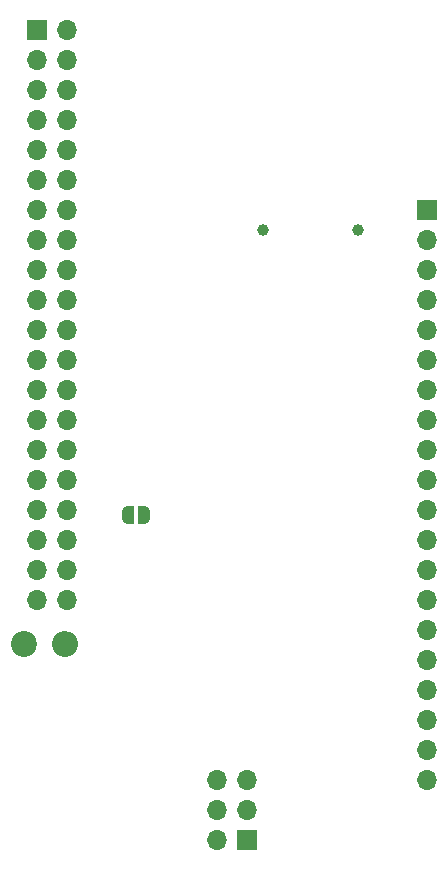
<source format=gbr>
%TF.GenerationSoftware,KiCad,Pcbnew,8.0.4*%
%TF.CreationDate,2024-09-22T15:27:49+02:00*%
%TF.ProjectId,blue_64,626c7565-5f36-4342-9e6b-696361645f70,1.0*%
%TF.SameCoordinates,PX3dc4fd0PY7445a00*%
%TF.FileFunction,Soldermask,Bot*%
%TF.FilePolarity,Negative*%
%FSLAX46Y46*%
G04 Gerber Fmt 4.6, Leading zero omitted, Abs format (unit mm)*
G04 Created by KiCad (PCBNEW 8.0.4) date 2024-09-22 15:27:49*
%MOMM*%
%LPD*%
G01*
G04 APERTURE LIST*
G04 Aperture macros list*
%AMFreePoly0*
4,1,19,0.500000,-0.750000,0.000000,-0.750000,0.000000,-0.744911,-0.071157,-0.744911,-0.207708,-0.704816,-0.327430,-0.627875,-0.420627,-0.520320,-0.479746,-0.390866,-0.500000,-0.250000,-0.500000,0.250000,-0.479746,0.390866,-0.420627,0.520320,-0.327430,0.627875,-0.207708,0.704816,-0.071157,0.744911,0.000000,0.744911,0.000000,0.750000,0.500000,0.750000,0.500000,-0.750000,0.500000,-0.750000,
$1*%
%AMFreePoly1*
4,1,19,0.000000,0.744911,0.071157,0.744911,0.207708,0.704816,0.327430,0.627875,0.420627,0.520320,0.479746,0.390866,0.500000,0.250000,0.500000,-0.250000,0.479746,-0.390866,0.420627,-0.520320,0.327430,-0.627875,0.207708,-0.704816,0.071157,-0.744911,0.000000,-0.744911,0.000000,-0.750000,-0.500000,-0.750000,-0.500000,0.750000,0.000000,0.750000,0.000000,0.744911,0.000000,0.744911,
$1*%
G04 Aperture macros list end*
%ADD10C,1.000000*%
%ADD11R,1.700000X1.700000*%
%ADD12O,1.700000X1.700000*%
%ADD13FreePoly0,0.000000*%
%ADD14FreePoly1,0.000000*%
%ADD15O,2.200000X2.200000*%
%ADD16C,2.200000*%
G04 APERTURE END LIST*
D10*
X30987000Y54188000D03*
X22987000Y54188000D03*
D11*
X21590000Y2540000D03*
D12*
X19050000Y2540000D03*
X21590000Y5080000D03*
X19050000Y5080000D03*
X21590000Y7620000D03*
X19050000Y7620000D03*
D11*
X3810000Y71120000D03*
D12*
X6350000Y71120000D03*
X3810000Y68580000D03*
X6350000Y68580000D03*
X3810000Y66040000D03*
X6350000Y66040000D03*
X3810000Y63500000D03*
X6350000Y63500000D03*
X3810000Y60960000D03*
X6350000Y60960000D03*
X3810000Y58420000D03*
X6350000Y58420000D03*
X3810000Y55880000D03*
X6350000Y55880000D03*
X3810000Y53340000D03*
X6350000Y53340000D03*
X3810000Y50800000D03*
X6350000Y50800000D03*
X3810000Y48260000D03*
X6350000Y48260000D03*
X3810000Y45720000D03*
X6350000Y45720000D03*
X3810000Y43180000D03*
X6350000Y43180000D03*
X3810000Y40640000D03*
X6350000Y40640000D03*
X3810000Y38100000D03*
X6350000Y38100000D03*
X3810000Y35560000D03*
X6350000Y35560000D03*
X3810000Y33020000D03*
X6350000Y33020000D03*
X3810000Y30480000D03*
X6350000Y30480000D03*
X3810000Y27940000D03*
X6350000Y27940000D03*
X3810000Y25400000D03*
X6350000Y25400000D03*
X3810000Y22860000D03*
X6350000Y22860000D03*
D11*
X36830000Y55880000D03*
D12*
X36830000Y53340000D03*
X36830000Y50800000D03*
X36830000Y48260000D03*
X36830000Y45720000D03*
X36830000Y43180000D03*
X36830000Y40640000D03*
X36830000Y38100000D03*
X36830000Y35560000D03*
X36830000Y33020000D03*
X36830000Y30480000D03*
X36830000Y27940000D03*
X36830000Y25400000D03*
X36830000Y22860000D03*
X36830000Y20320000D03*
X36830000Y17780000D03*
X36830000Y15240000D03*
X36830000Y12700000D03*
X36830000Y10160000D03*
X36830000Y7620000D03*
D13*
X11542000Y30099000D03*
D14*
X12842000Y30099000D03*
D15*
X6195000Y19177000D03*
D16*
X2695000Y19177000D03*
M02*

</source>
